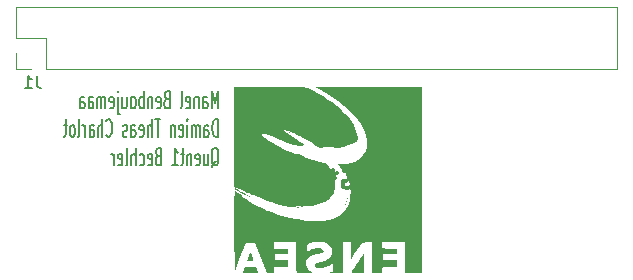
<source format=gbr>
%TF.GenerationSoftware,KiCad,Pcbnew,9.0.7*%
%TF.CreationDate,2026-01-26T17:00:03+01:00*%
%TF.ProjectId,Robot,526f626f-742e-46b6-9963-61645f706362,rev?*%
%TF.SameCoordinates,Original*%
%TF.FileFunction,Legend,Bot*%
%TF.FilePolarity,Positive*%
%FSLAX46Y46*%
G04 Gerber Fmt 4.6, Leading zero omitted, Abs format (unit mm)*
G04 Created by KiCad (PCBNEW 9.0.7) date 2026-01-26 17:00:03*
%MOMM*%
%LPD*%
G01*
G04 APERTURE LIST*
%ADD10C,0.200000*%
%ADD11C,0.150000*%
%ADD12C,0.300000*%
%ADD13C,0.120000*%
%ADD14C,0.000000*%
G04 APERTURE END LIST*
D10*
X155177945Y-88726196D02*
X155177945Y-87226196D01*
X155177945Y-87226196D02*
X154911279Y-88297625D01*
X154911279Y-88297625D02*
X154644612Y-87226196D01*
X154644612Y-87226196D02*
X154644612Y-88726196D01*
X153920802Y-88726196D02*
X153920802Y-87940482D01*
X153920802Y-87940482D02*
X153958897Y-87797625D01*
X153958897Y-87797625D02*
X154035088Y-87726196D01*
X154035088Y-87726196D02*
X154187469Y-87726196D01*
X154187469Y-87726196D02*
X154263659Y-87797625D01*
X153920802Y-88654768D02*
X153996993Y-88726196D01*
X153996993Y-88726196D02*
X154187469Y-88726196D01*
X154187469Y-88726196D02*
X154263659Y-88654768D01*
X154263659Y-88654768D02*
X154301755Y-88511910D01*
X154301755Y-88511910D02*
X154301755Y-88369053D01*
X154301755Y-88369053D02*
X154263659Y-88226196D01*
X154263659Y-88226196D02*
X154187469Y-88154768D01*
X154187469Y-88154768D02*
X153996993Y-88154768D01*
X153996993Y-88154768D02*
X153920802Y-88083339D01*
X153539849Y-87726196D02*
X153539849Y-88726196D01*
X153539849Y-87869053D02*
X153501754Y-87797625D01*
X153501754Y-87797625D02*
X153425564Y-87726196D01*
X153425564Y-87726196D02*
X153311278Y-87726196D01*
X153311278Y-87726196D02*
X153235087Y-87797625D01*
X153235087Y-87797625D02*
X153196992Y-87940482D01*
X153196992Y-87940482D02*
X153196992Y-88726196D01*
X152511277Y-88654768D02*
X152587468Y-88726196D01*
X152587468Y-88726196D02*
X152739849Y-88726196D01*
X152739849Y-88726196D02*
X152816039Y-88654768D01*
X152816039Y-88654768D02*
X152854135Y-88511910D01*
X152854135Y-88511910D02*
X152854135Y-87940482D01*
X152854135Y-87940482D02*
X152816039Y-87797625D01*
X152816039Y-87797625D02*
X152739849Y-87726196D01*
X152739849Y-87726196D02*
X152587468Y-87726196D01*
X152587468Y-87726196D02*
X152511277Y-87797625D01*
X152511277Y-87797625D02*
X152473182Y-87940482D01*
X152473182Y-87940482D02*
X152473182Y-88083339D01*
X152473182Y-88083339D02*
X152854135Y-88226196D01*
X152016040Y-88726196D02*
X152092230Y-88654768D01*
X152092230Y-88654768D02*
X152130325Y-88511910D01*
X152130325Y-88511910D02*
X152130325Y-87226196D01*
X150835087Y-87940482D02*
X150720801Y-88011910D01*
X150720801Y-88011910D02*
X150682706Y-88083339D01*
X150682706Y-88083339D02*
X150644610Y-88226196D01*
X150644610Y-88226196D02*
X150644610Y-88440482D01*
X150644610Y-88440482D02*
X150682706Y-88583339D01*
X150682706Y-88583339D02*
X150720801Y-88654768D01*
X150720801Y-88654768D02*
X150796991Y-88726196D01*
X150796991Y-88726196D02*
X151101753Y-88726196D01*
X151101753Y-88726196D02*
X151101753Y-87226196D01*
X151101753Y-87226196D02*
X150835087Y-87226196D01*
X150835087Y-87226196D02*
X150758896Y-87297625D01*
X150758896Y-87297625D02*
X150720801Y-87369053D01*
X150720801Y-87369053D02*
X150682706Y-87511910D01*
X150682706Y-87511910D02*
X150682706Y-87654768D01*
X150682706Y-87654768D02*
X150720801Y-87797625D01*
X150720801Y-87797625D02*
X150758896Y-87869053D01*
X150758896Y-87869053D02*
X150835087Y-87940482D01*
X150835087Y-87940482D02*
X151101753Y-87940482D01*
X149996991Y-88654768D02*
X150073182Y-88726196D01*
X150073182Y-88726196D02*
X150225563Y-88726196D01*
X150225563Y-88726196D02*
X150301753Y-88654768D01*
X150301753Y-88654768D02*
X150339849Y-88511910D01*
X150339849Y-88511910D02*
X150339849Y-87940482D01*
X150339849Y-87940482D02*
X150301753Y-87797625D01*
X150301753Y-87797625D02*
X150225563Y-87726196D01*
X150225563Y-87726196D02*
X150073182Y-87726196D01*
X150073182Y-87726196D02*
X149996991Y-87797625D01*
X149996991Y-87797625D02*
X149958896Y-87940482D01*
X149958896Y-87940482D02*
X149958896Y-88083339D01*
X149958896Y-88083339D02*
X150339849Y-88226196D01*
X149616039Y-87726196D02*
X149616039Y-88726196D01*
X149616039Y-87869053D02*
X149577944Y-87797625D01*
X149577944Y-87797625D02*
X149501754Y-87726196D01*
X149501754Y-87726196D02*
X149387468Y-87726196D01*
X149387468Y-87726196D02*
X149311277Y-87797625D01*
X149311277Y-87797625D02*
X149273182Y-87940482D01*
X149273182Y-87940482D02*
X149273182Y-88726196D01*
X148892229Y-88726196D02*
X148892229Y-87226196D01*
X148892229Y-87797625D02*
X148816039Y-87726196D01*
X148816039Y-87726196D02*
X148663658Y-87726196D01*
X148663658Y-87726196D02*
X148587467Y-87797625D01*
X148587467Y-87797625D02*
X148549372Y-87869053D01*
X148549372Y-87869053D02*
X148511277Y-88011910D01*
X148511277Y-88011910D02*
X148511277Y-88440482D01*
X148511277Y-88440482D02*
X148549372Y-88583339D01*
X148549372Y-88583339D02*
X148587467Y-88654768D01*
X148587467Y-88654768D02*
X148663658Y-88726196D01*
X148663658Y-88726196D02*
X148816039Y-88726196D01*
X148816039Y-88726196D02*
X148892229Y-88654768D01*
X148054134Y-88726196D02*
X148130324Y-88654768D01*
X148130324Y-88654768D02*
X148168419Y-88583339D01*
X148168419Y-88583339D02*
X148206515Y-88440482D01*
X148206515Y-88440482D02*
X148206515Y-88011910D01*
X148206515Y-88011910D02*
X148168419Y-87869053D01*
X148168419Y-87869053D02*
X148130324Y-87797625D01*
X148130324Y-87797625D02*
X148054134Y-87726196D01*
X148054134Y-87726196D02*
X147939848Y-87726196D01*
X147939848Y-87726196D02*
X147863657Y-87797625D01*
X147863657Y-87797625D02*
X147825562Y-87869053D01*
X147825562Y-87869053D02*
X147787467Y-88011910D01*
X147787467Y-88011910D02*
X147787467Y-88440482D01*
X147787467Y-88440482D02*
X147825562Y-88583339D01*
X147825562Y-88583339D02*
X147863657Y-88654768D01*
X147863657Y-88654768D02*
X147939848Y-88726196D01*
X147939848Y-88726196D02*
X148054134Y-88726196D01*
X147101752Y-87726196D02*
X147101752Y-88726196D01*
X147444609Y-87726196D02*
X147444609Y-88511910D01*
X147444609Y-88511910D02*
X147406514Y-88654768D01*
X147406514Y-88654768D02*
X147330324Y-88726196D01*
X147330324Y-88726196D02*
X147216038Y-88726196D01*
X147216038Y-88726196D02*
X147139847Y-88654768D01*
X147139847Y-88654768D02*
X147101752Y-88583339D01*
X146720799Y-87726196D02*
X146720799Y-89011910D01*
X146720799Y-89011910D02*
X146758895Y-89154768D01*
X146758895Y-89154768D02*
X146835085Y-89226196D01*
X146835085Y-89226196D02*
X146873180Y-89226196D01*
X146720799Y-87226196D02*
X146758895Y-87297625D01*
X146758895Y-87297625D02*
X146720799Y-87369053D01*
X146720799Y-87369053D02*
X146682704Y-87297625D01*
X146682704Y-87297625D02*
X146720799Y-87226196D01*
X146720799Y-87226196D02*
X146720799Y-87369053D01*
X146035085Y-88654768D02*
X146111276Y-88726196D01*
X146111276Y-88726196D02*
X146263657Y-88726196D01*
X146263657Y-88726196D02*
X146339847Y-88654768D01*
X146339847Y-88654768D02*
X146377943Y-88511910D01*
X146377943Y-88511910D02*
X146377943Y-87940482D01*
X146377943Y-87940482D02*
X146339847Y-87797625D01*
X146339847Y-87797625D02*
X146263657Y-87726196D01*
X146263657Y-87726196D02*
X146111276Y-87726196D01*
X146111276Y-87726196D02*
X146035085Y-87797625D01*
X146035085Y-87797625D02*
X145996990Y-87940482D01*
X145996990Y-87940482D02*
X145996990Y-88083339D01*
X145996990Y-88083339D02*
X146377943Y-88226196D01*
X145654133Y-88726196D02*
X145654133Y-87726196D01*
X145654133Y-87869053D02*
X145616038Y-87797625D01*
X145616038Y-87797625D02*
X145539848Y-87726196D01*
X145539848Y-87726196D02*
X145425562Y-87726196D01*
X145425562Y-87726196D02*
X145349371Y-87797625D01*
X145349371Y-87797625D02*
X145311276Y-87940482D01*
X145311276Y-87940482D02*
X145311276Y-88726196D01*
X145311276Y-87940482D02*
X145273181Y-87797625D01*
X145273181Y-87797625D02*
X145196990Y-87726196D01*
X145196990Y-87726196D02*
X145082705Y-87726196D01*
X145082705Y-87726196D02*
X145006514Y-87797625D01*
X145006514Y-87797625D02*
X144968419Y-87940482D01*
X144968419Y-87940482D02*
X144968419Y-88726196D01*
X144244609Y-88726196D02*
X144244609Y-87940482D01*
X144244609Y-87940482D02*
X144282704Y-87797625D01*
X144282704Y-87797625D02*
X144358895Y-87726196D01*
X144358895Y-87726196D02*
X144511276Y-87726196D01*
X144511276Y-87726196D02*
X144587466Y-87797625D01*
X144244609Y-88654768D02*
X144320800Y-88726196D01*
X144320800Y-88726196D02*
X144511276Y-88726196D01*
X144511276Y-88726196D02*
X144587466Y-88654768D01*
X144587466Y-88654768D02*
X144625562Y-88511910D01*
X144625562Y-88511910D02*
X144625562Y-88369053D01*
X144625562Y-88369053D02*
X144587466Y-88226196D01*
X144587466Y-88226196D02*
X144511276Y-88154768D01*
X144511276Y-88154768D02*
X144320800Y-88154768D01*
X144320800Y-88154768D02*
X144244609Y-88083339D01*
X143520799Y-88726196D02*
X143520799Y-87940482D01*
X143520799Y-87940482D02*
X143558894Y-87797625D01*
X143558894Y-87797625D02*
X143635085Y-87726196D01*
X143635085Y-87726196D02*
X143787466Y-87726196D01*
X143787466Y-87726196D02*
X143863656Y-87797625D01*
X143520799Y-88654768D02*
X143596990Y-88726196D01*
X143596990Y-88726196D02*
X143787466Y-88726196D01*
X143787466Y-88726196D02*
X143863656Y-88654768D01*
X143863656Y-88654768D02*
X143901752Y-88511910D01*
X143901752Y-88511910D02*
X143901752Y-88369053D01*
X143901752Y-88369053D02*
X143863656Y-88226196D01*
X143863656Y-88226196D02*
X143787466Y-88154768D01*
X143787466Y-88154768D02*
X143596990Y-88154768D01*
X143596990Y-88154768D02*
X143520799Y-88083339D01*
X155177945Y-91141112D02*
X155177945Y-89641112D01*
X155177945Y-89641112D02*
X154987469Y-89641112D01*
X154987469Y-89641112D02*
X154873183Y-89712541D01*
X154873183Y-89712541D02*
X154796993Y-89855398D01*
X154796993Y-89855398D02*
X154758898Y-89998255D01*
X154758898Y-89998255D02*
X154720802Y-90283969D01*
X154720802Y-90283969D02*
X154720802Y-90498255D01*
X154720802Y-90498255D02*
X154758898Y-90783969D01*
X154758898Y-90783969D02*
X154796993Y-90926826D01*
X154796993Y-90926826D02*
X154873183Y-91069684D01*
X154873183Y-91069684D02*
X154987469Y-91141112D01*
X154987469Y-91141112D02*
X155177945Y-91141112D01*
X154035088Y-91141112D02*
X154035088Y-90355398D01*
X154035088Y-90355398D02*
X154073183Y-90212541D01*
X154073183Y-90212541D02*
X154149374Y-90141112D01*
X154149374Y-90141112D02*
X154301755Y-90141112D01*
X154301755Y-90141112D02*
X154377945Y-90212541D01*
X154035088Y-91069684D02*
X154111279Y-91141112D01*
X154111279Y-91141112D02*
X154301755Y-91141112D01*
X154301755Y-91141112D02*
X154377945Y-91069684D01*
X154377945Y-91069684D02*
X154416041Y-90926826D01*
X154416041Y-90926826D02*
X154416041Y-90783969D01*
X154416041Y-90783969D02*
X154377945Y-90641112D01*
X154377945Y-90641112D02*
X154301755Y-90569684D01*
X154301755Y-90569684D02*
X154111279Y-90569684D01*
X154111279Y-90569684D02*
X154035088Y-90498255D01*
X153654135Y-91141112D02*
X153654135Y-90141112D01*
X153654135Y-90283969D02*
X153616040Y-90212541D01*
X153616040Y-90212541D02*
X153539850Y-90141112D01*
X153539850Y-90141112D02*
X153425564Y-90141112D01*
X153425564Y-90141112D02*
X153349373Y-90212541D01*
X153349373Y-90212541D02*
X153311278Y-90355398D01*
X153311278Y-90355398D02*
X153311278Y-91141112D01*
X153311278Y-90355398D02*
X153273183Y-90212541D01*
X153273183Y-90212541D02*
X153196992Y-90141112D01*
X153196992Y-90141112D02*
X153082707Y-90141112D01*
X153082707Y-90141112D02*
X153006516Y-90212541D01*
X153006516Y-90212541D02*
X152968421Y-90355398D01*
X152968421Y-90355398D02*
X152968421Y-91141112D01*
X152587468Y-91141112D02*
X152587468Y-90141112D01*
X152587468Y-89641112D02*
X152625564Y-89712541D01*
X152625564Y-89712541D02*
X152587468Y-89783969D01*
X152587468Y-89783969D02*
X152549373Y-89712541D01*
X152549373Y-89712541D02*
X152587468Y-89641112D01*
X152587468Y-89641112D02*
X152587468Y-89783969D01*
X151901754Y-91069684D02*
X151977945Y-91141112D01*
X151977945Y-91141112D02*
X152130326Y-91141112D01*
X152130326Y-91141112D02*
X152206516Y-91069684D01*
X152206516Y-91069684D02*
X152244612Y-90926826D01*
X152244612Y-90926826D02*
X152244612Y-90355398D01*
X152244612Y-90355398D02*
X152206516Y-90212541D01*
X152206516Y-90212541D02*
X152130326Y-90141112D01*
X152130326Y-90141112D02*
X151977945Y-90141112D01*
X151977945Y-90141112D02*
X151901754Y-90212541D01*
X151901754Y-90212541D02*
X151863659Y-90355398D01*
X151863659Y-90355398D02*
X151863659Y-90498255D01*
X151863659Y-90498255D02*
X152244612Y-90641112D01*
X151520802Y-90141112D02*
X151520802Y-91141112D01*
X151520802Y-90283969D02*
X151482707Y-90212541D01*
X151482707Y-90212541D02*
X151406517Y-90141112D01*
X151406517Y-90141112D02*
X151292231Y-90141112D01*
X151292231Y-90141112D02*
X151216040Y-90212541D01*
X151216040Y-90212541D02*
X151177945Y-90355398D01*
X151177945Y-90355398D02*
X151177945Y-91141112D01*
X150301754Y-89641112D02*
X149844611Y-89641112D01*
X150073183Y-91141112D02*
X150073183Y-89641112D01*
X149577944Y-91141112D02*
X149577944Y-89641112D01*
X149235087Y-91141112D02*
X149235087Y-90355398D01*
X149235087Y-90355398D02*
X149273182Y-90212541D01*
X149273182Y-90212541D02*
X149349373Y-90141112D01*
X149349373Y-90141112D02*
X149463659Y-90141112D01*
X149463659Y-90141112D02*
X149539849Y-90212541D01*
X149539849Y-90212541D02*
X149577944Y-90283969D01*
X148549372Y-91069684D02*
X148625563Y-91141112D01*
X148625563Y-91141112D02*
X148777944Y-91141112D01*
X148777944Y-91141112D02*
X148854134Y-91069684D01*
X148854134Y-91069684D02*
X148892230Y-90926826D01*
X148892230Y-90926826D02*
X148892230Y-90355398D01*
X148892230Y-90355398D02*
X148854134Y-90212541D01*
X148854134Y-90212541D02*
X148777944Y-90141112D01*
X148777944Y-90141112D02*
X148625563Y-90141112D01*
X148625563Y-90141112D02*
X148549372Y-90212541D01*
X148549372Y-90212541D02*
X148511277Y-90355398D01*
X148511277Y-90355398D02*
X148511277Y-90498255D01*
X148511277Y-90498255D02*
X148892230Y-90641112D01*
X147825563Y-91141112D02*
X147825563Y-90355398D01*
X147825563Y-90355398D02*
X147863658Y-90212541D01*
X147863658Y-90212541D02*
X147939849Y-90141112D01*
X147939849Y-90141112D02*
X148092230Y-90141112D01*
X148092230Y-90141112D02*
X148168420Y-90212541D01*
X147825563Y-91069684D02*
X147901754Y-91141112D01*
X147901754Y-91141112D02*
X148092230Y-91141112D01*
X148092230Y-91141112D02*
X148168420Y-91069684D01*
X148168420Y-91069684D02*
X148206516Y-90926826D01*
X148206516Y-90926826D02*
X148206516Y-90783969D01*
X148206516Y-90783969D02*
X148168420Y-90641112D01*
X148168420Y-90641112D02*
X148092230Y-90569684D01*
X148092230Y-90569684D02*
X147901754Y-90569684D01*
X147901754Y-90569684D02*
X147825563Y-90498255D01*
X147482706Y-91069684D02*
X147406515Y-91141112D01*
X147406515Y-91141112D02*
X147254134Y-91141112D01*
X147254134Y-91141112D02*
X147177944Y-91069684D01*
X147177944Y-91069684D02*
X147139848Y-90926826D01*
X147139848Y-90926826D02*
X147139848Y-90855398D01*
X147139848Y-90855398D02*
X147177944Y-90712541D01*
X147177944Y-90712541D02*
X147254134Y-90641112D01*
X147254134Y-90641112D02*
X147368420Y-90641112D01*
X147368420Y-90641112D02*
X147444610Y-90569684D01*
X147444610Y-90569684D02*
X147482706Y-90426826D01*
X147482706Y-90426826D02*
X147482706Y-90355398D01*
X147482706Y-90355398D02*
X147444610Y-90212541D01*
X147444610Y-90212541D02*
X147368420Y-90141112D01*
X147368420Y-90141112D02*
X147254134Y-90141112D01*
X147254134Y-90141112D02*
X147177944Y-90212541D01*
X145730324Y-90998255D02*
X145768420Y-91069684D01*
X145768420Y-91069684D02*
X145882705Y-91141112D01*
X145882705Y-91141112D02*
X145958896Y-91141112D01*
X145958896Y-91141112D02*
X146073182Y-91069684D01*
X146073182Y-91069684D02*
X146149372Y-90926826D01*
X146149372Y-90926826D02*
X146187467Y-90783969D01*
X146187467Y-90783969D02*
X146225563Y-90498255D01*
X146225563Y-90498255D02*
X146225563Y-90283969D01*
X146225563Y-90283969D02*
X146187467Y-89998255D01*
X146187467Y-89998255D02*
X146149372Y-89855398D01*
X146149372Y-89855398D02*
X146073182Y-89712541D01*
X146073182Y-89712541D02*
X145958896Y-89641112D01*
X145958896Y-89641112D02*
X145882705Y-89641112D01*
X145882705Y-89641112D02*
X145768420Y-89712541D01*
X145768420Y-89712541D02*
X145730324Y-89783969D01*
X145387467Y-91141112D02*
X145387467Y-89641112D01*
X145044610Y-91141112D02*
X145044610Y-90355398D01*
X145044610Y-90355398D02*
X145082705Y-90212541D01*
X145082705Y-90212541D02*
X145158896Y-90141112D01*
X145158896Y-90141112D02*
X145273182Y-90141112D01*
X145273182Y-90141112D02*
X145349372Y-90212541D01*
X145349372Y-90212541D02*
X145387467Y-90283969D01*
X144320800Y-91141112D02*
X144320800Y-90355398D01*
X144320800Y-90355398D02*
X144358895Y-90212541D01*
X144358895Y-90212541D02*
X144435086Y-90141112D01*
X144435086Y-90141112D02*
X144587467Y-90141112D01*
X144587467Y-90141112D02*
X144663657Y-90212541D01*
X144320800Y-91069684D02*
X144396991Y-91141112D01*
X144396991Y-91141112D02*
X144587467Y-91141112D01*
X144587467Y-91141112D02*
X144663657Y-91069684D01*
X144663657Y-91069684D02*
X144701753Y-90926826D01*
X144701753Y-90926826D02*
X144701753Y-90783969D01*
X144701753Y-90783969D02*
X144663657Y-90641112D01*
X144663657Y-90641112D02*
X144587467Y-90569684D01*
X144587467Y-90569684D02*
X144396991Y-90569684D01*
X144396991Y-90569684D02*
X144320800Y-90498255D01*
X143939847Y-91141112D02*
X143939847Y-90141112D01*
X143939847Y-90426826D02*
X143901752Y-90283969D01*
X143901752Y-90283969D02*
X143863657Y-90212541D01*
X143863657Y-90212541D02*
X143787466Y-90141112D01*
X143787466Y-90141112D02*
X143711276Y-90141112D01*
X143330324Y-91141112D02*
X143406514Y-91069684D01*
X143406514Y-91069684D02*
X143444609Y-90926826D01*
X143444609Y-90926826D02*
X143444609Y-89641112D01*
X142911276Y-91141112D02*
X142987466Y-91069684D01*
X142987466Y-91069684D02*
X143025561Y-90998255D01*
X143025561Y-90998255D02*
X143063657Y-90855398D01*
X143063657Y-90855398D02*
X143063657Y-90426826D01*
X143063657Y-90426826D02*
X143025561Y-90283969D01*
X143025561Y-90283969D02*
X142987466Y-90212541D01*
X142987466Y-90212541D02*
X142911276Y-90141112D01*
X142911276Y-90141112D02*
X142796990Y-90141112D01*
X142796990Y-90141112D02*
X142720799Y-90212541D01*
X142720799Y-90212541D02*
X142682704Y-90283969D01*
X142682704Y-90283969D02*
X142644609Y-90426826D01*
X142644609Y-90426826D02*
X142644609Y-90855398D01*
X142644609Y-90855398D02*
X142682704Y-90998255D01*
X142682704Y-90998255D02*
X142720799Y-91069684D01*
X142720799Y-91069684D02*
X142796990Y-91141112D01*
X142796990Y-91141112D02*
X142911276Y-91141112D01*
X142416037Y-90141112D02*
X142111275Y-90141112D01*
X142301751Y-89641112D02*
X142301751Y-90926826D01*
X142301751Y-90926826D02*
X142263656Y-91069684D01*
X142263656Y-91069684D02*
X142187466Y-91141112D01*
X142187466Y-91141112D02*
X142111275Y-91141112D01*
X154644612Y-93698885D02*
X154720802Y-93627457D01*
X154720802Y-93627457D02*
X154796993Y-93484600D01*
X154796993Y-93484600D02*
X154911279Y-93270314D01*
X154911279Y-93270314D02*
X154987469Y-93198885D01*
X154987469Y-93198885D02*
X155063660Y-93198885D01*
X155025564Y-93556028D02*
X155101755Y-93484600D01*
X155101755Y-93484600D02*
X155177945Y-93341742D01*
X155177945Y-93341742D02*
X155216041Y-93056028D01*
X155216041Y-93056028D02*
X155216041Y-92556028D01*
X155216041Y-92556028D02*
X155177945Y-92270314D01*
X155177945Y-92270314D02*
X155101755Y-92127457D01*
X155101755Y-92127457D02*
X155025564Y-92056028D01*
X155025564Y-92056028D02*
X154873183Y-92056028D01*
X154873183Y-92056028D02*
X154796993Y-92127457D01*
X154796993Y-92127457D02*
X154720802Y-92270314D01*
X154720802Y-92270314D02*
X154682707Y-92556028D01*
X154682707Y-92556028D02*
X154682707Y-93056028D01*
X154682707Y-93056028D02*
X154720802Y-93341742D01*
X154720802Y-93341742D02*
X154796993Y-93484600D01*
X154796993Y-93484600D02*
X154873183Y-93556028D01*
X154873183Y-93556028D02*
X155025564Y-93556028D01*
X153996993Y-92556028D02*
X153996993Y-93556028D01*
X154339850Y-92556028D02*
X154339850Y-93341742D01*
X154339850Y-93341742D02*
X154301755Y-93484600D01*
X154301755Y-93484600D02*
X154225565Y-93556028D01*
X154225565Y-93556028D02*
X154111279Y-93556028D01*
X154111279Y-93556028D02*
X154035088Y-93484600D01*
X154035088Y-93484600D02*
X153996993Y-93413171D01*
X153311278Y-93484600D02*
X153387469Y-93556028D01*
X153387469Y-93556028D02*
X153539850Y-93556028D01*
X153539850Y-93556028D02*
X153616040Y-93484600D01*
X153616040Y-93484600D02*
X153654136Y-93341742D01*
X153654136Y-93341742D02*
X153654136Y-92770314D01*
X153654136Y-92770314D02*
X153616040Y-92627457D01*
X153616040Y-92627457D02*
X153539850Y-92556028D01*
X153539850Y-92556028D02*
X153387469Y-92556028D01*
X153387469Y-92556028D02*
X153311278Y-92627457D01*
X153311278Y-92627457D02*
X153273183Y-92770314D01*
X153273183Y-92770314D02*
X153273183Y-92913171D01*
X153273183Y-92913171D02*
X153654136Y-93056028D01*
X152930326Y-92556028D02*
X152930326Y-93556028D01*
X152930326Y-92698885D02*
X152892231Y-92627457D01*
X152892231Y-92627457D02*
X152816041Y-92556028D01*
X152816041Y-92556028D02*
X152701755Y-92556028D01*
X152701755Y-92556028D02*
X152625564Y-92627457D01*
X152625564Y-92627457D02*
X152587469Y-92770314D01*
X152587469Y-92770314D02*
X152587469Y-93556028D01*
X152320802Y-92556028D02*
X152016040Y-92556028D01*
X152206516Y-92056028D02*
X152206516Y-93341742D01*
X152206516Y-93341742D02*
X152168421Y-93484600D01*
X152168421Y-93484600D02*
X152092231Y-93556028D01*
X152092231Y-93556028D02*
X152016040Y-93556028D01*
X151330326Y-93556028D02*
X151787469Y-93556028D01*
X151558897Y-93556028D02*
X151558897Y-92056028D01*
X151558897Y-92056028D02*
X151635088Y-92270314D01*
X151635088Y-92270314D02*
X151711278Y-92413171D01*
X151711278Y-92413171D02*
X151787469Y-92484600D01*
X150111278Y-92770314D02*
X149996992Y-92841742D01*
X149996992Y-92841742D02*
X149958897Y-92913171D01*
X149958897Y-92913171D02*
X149920801Y-93056028D01*
X149920801Y-93056028D02*
X149920801Y-93270314D01*
X149920801Y-93270314D02*
X149958897Y-93413171D01*
X149958897Y-93413171D02*
X149996992Y-93484600D01*
X149996992Y-93484600D02*
X150073182Y-93556028D01*
X150073182Y-93556028D02*
X150377944Y-93556028D01*
X150377944Y-93556028D02*
X150377944Y-92056028D01*
X150377944Y-92056028D02*
X150111278Y-92056028D01*
X150111278Y-92056028D02*
X150035087Y-92127457D01*
X150035087Y-92127457D02*
X149996992Y-92198885D01*
X149996992Y-92198885D02*
X149958897Y-92341742D01*
X149958897Y-92341742D02*
X149958897Y-92484600D01*
X149958897Y-92484600D02*
X149996992Y-92627457D01*
X149996992Y-92627457D02*
X150035087Y-92698885D01*
X150035087Y-92698885D02*
X150111278Y-92770314D01*
X150111278Y-92770314D02*
X150377944Y-92770314D01*
X149273182Y-93484600D02*
X149349373Y-93556028D01*
X149349373Y-93556028D02*
X149501754Y-93556028D01*
X149501754Y-93556028D02*
X149577944Y-93484600D01*
X149577944Y-93484600D02*
X149616040Y-93341742D01*
X149616040Y-93341742D02*
X149616040Y-92770314D01*
X149616040Y-92770314D02*
X149577944Y-92627457D01*
X149577944Y-92627457D02*
X149501754Y-92556028D01*
X149501754Y-92556028D02*
X149349373Y-92556028D01*
X149349373Y-92556028D02*
X149273182Y-92627457D01*
X149273182Y-92627457D02*
X149235087Y-92770314D01*
X149235087Y-92770314D02*
X149235087Y-92913171D01*
X149235087Y-92913171D02*
X149616040Y-93056028D01*
X148549373Y-93484600D02*
X148625564Y-93556028D01*
X148625564Y-93556028D02*
X148777945Y-93556028D01*
X148777945Y-93556028D02*
X148854135Y-93484600D01*
X148854135Y-93484600D02*
X148892230Y-93413171D01*
X148892230Y-93413171D02*
X148930326Y-93270314D01*
X148930326Y-93270314D02*
X148930326Y-92841742D01*
X148930326Y-92841742D02*
X148892230Y-92698885D01*
X148892230Y-92698885D02*
X148854135Y-92627457D01*
X148854135Y-92627457D02*
X148777945Y-92556028D01*
X148777945Y-92556028D02*
X148625564Y-92556028D01*
X148625564Y-92556028D02*
X148549373Y-92627457D01*
X148206516Y-93556028D02*
X148206516Y-92056028D01*
X147863659Y-93556028D02*
X147863659Y-92770314D01*
X147863659Y-92770314D02*
X147901754Y-92627457D01*
X147901754Y-92627457D02*
X147977945Y-92556028D01*
X147977945Y-92556028D02*
X148092231Y-92556028D01*
X148092231Y-92556028D02*
X148168421Y-92627457D01*
X148168421Y-92627457D02*
X148206516Y-92698885D01*
X147368421Y-93556028D02*
X147444611Y-93484600D01*
X147444611Y-93484600D02*
X147482706Y-93341742D01*
X147482706Y-93341742D02*
X147482706Y-92056028D01*
X146758896Y-93484600D02*
X146835087Y-93556028D01*
X146835087Y-93556028D02*
X146987468Y-93556028D01*
X146987468Y-93556028D02*
X147063658Y-93484600D01*
X147063658Y-93484600D02*
X147101754Y-93341742D01*
X147101754Y-93341742D02*
X147101754Y-92770314D01*
X147101754Y-92770314D02*
X147063658Y-92627457D01*
X147063658Y-92627457D02*
X146987468Y-92556028D01*
X146987468Y-92556028D02*
X146835087Y-92556028D01*
X146835087Y-92556028D02*
X146758896Y-92627457D01*
X146758896Y-92627457D02*
X146720801Y-92770314D01*
X146720801Y-92770314D02*
X146720801Y-92913171D01*
X146720801Y-92913171D02*
X147101754Y-93056028D01*
X146377944Y-93556028D02*
X146377944Y-92556028D01*
X146377944Y-92841742D02*
X146339849Y-92698885D01*
X146339849Y-92698885D02*
X146301754Y-92627457D01*
X146301754Y-92627457D02*
X146225563Y-92556028D01*
X146225563Y-92556028D02*
X146149373Y-92556028D01*
D11*
X139833333Y-85954819D02*
X139833333Y-86669104D01*
X139833333Y-86669104D02*
X139880952Y-86811961D01*
X139880952Y-86811961D02*
X139976190Y-86907200D01*
X139976190Y-86907200D02*
X140119047Y-86954819D01*
X140119047Y-86954819D02*
X140214285Y-86954819D01*
X138833333Y-86954819D02*
X139404761Y-86954819D01*
X139119047Y-86954819D02*
X139119047Y-85954819D01*
X139119047Y-85954819D02*
X139214285Y-86097676D01*
X139214285Y-86097676D02*
X139309523Y-86192914D01*
X139309523Y-86192914D02*
X139404761Y-86240533D01*
D12*
X165821427Y-94049757D02*
X165964285Y-93978328D01*
X165964285Y-93978328D02*
X166178570Y-93978328D01*
X166178570Y-93978328D02*
X166392856Y-94049757D01*
X166392856Y-94049757D02*
X166535713Y-94192614D01*
X166535713Y-94192614D02*
X166607142Y-94335471D01*
X166607142Y-94335471D02*
X166678570Y-94621185D01*
X166678570Y-94621185D02*
X166678570Y-94835471D01*
X166678570Y-94835471D02*
X166607142Y-95121185D01*
X166607142Y-95121185D02*
X166535713Y-95264042D01*
X166535713Y-95264042D02*
X166392856Y-95406900D01*
X166392856Y-95406900D02*
X166178570Y-95478328D01*
X166178570Y-95478328D02*
X166035713Y-95478328D01*
X166035713Y-95478328D02*
X165821427Y-95406900D01*
X165821427Y-95406900D02*
X165749999Y-95335471D01*
X165749999Y-95335471D02*
X165749999Y-94835471D01*
X165749999Y-94835471D02*
X166035713Y-94835471D01*
X164892856Y-93978328D02*
X164892856Y-94335471D01*
X165249999Y-94192614D02*
X164892856Y-94335471D01*
X164892856Y-94335471D02*
X164535713Y-94192614D01*
X165107142Y-94621185D02*
X164892856Y-94335471D01*
X164892856Y-94335471D02*
X164678570Y-94621185D01*
X163749999Y-93978328D02*
X163749999Y-94335471D01*
X164107142Y-94192614D02*
X163749999Y-94335471D01*
X163749999Y-94335471D02*
X163392856Y-94192614D01*
X163964285Y-94621185D02*
X163749999Y-94335471D01*
X163749999Y-94335471D02*
X163535713Y-94621185D01*
X162607142Y-93978328D02*
X162607142Y-94335471D01*
X162964285Y-94192614D02*
X162607142Y-94335471D01*
X162607142Y-94335471D02*
X162249999Y-94192614D01*
X162821428Y-94621185D02*
X162607142Y-94335471D01*
X162607142Y-94335471D02*
X162392856Y-94621185D01*
D13*
%TO.C,J1*%
X138070000Y-80170000D02*
X138070000Y-82770000D01*
X138070000Y-80170000D02*
X188990000Y-80170000D01*
X138070000Y-82770000D02*
X140670000Y-82770000D01*
X138070000Y-84040000D02*
X138070000Y-85370000D01*
X138070000Y-85370000D02*
X139400000Y-85370000D01*
X140670000Y-82770000D02*
X140670000Y-85370000D01*
X140670000Y-85370000D02*
X188990000Y-85370000D01*
X188990000Y-80170000D02*
X188990000Y-85370000D01*
D14*
%TO.C,G\u002A\u002A\u002A*%
G36*
X158472540Y-96453016D02*
G01*
X158452382Y-96473175D01*
X158432223Y-96453016D01*
X158452382Y-96432857D01*
X158472540Y-96453016D01*
G37*
G36*
X158553175Y-96493333D02*
G01*
X158533016Y-96513492D01*
X158512858Y-96493333D01*
X158533016Y-96473175D01*
X158553175Y-96493333D01*
G37*
G36*
X158633810Y-96533651D02*
G01*
X158613651Y-96553810D01*
X158593493Y-96533651D01*
X158613651Y-96513492D01*
X158633810Y-96533651D01*
G37*
G36*
X163176244Y-98220265D02*
G01*
X163182552Y-98232391D01*
X163149366Y-98247143D01*
X163128022Y-98244233D01*
X163122487Y-98220265D01*
X163128397Y-98215439D01*
X163176244Y-98220265D01*
G37*
G36*
X165712061Y-97390397D02*
G01*
X165679016Y-97426423D01*
X165613069Y-97494437D01*
X165581029Y-97521429D01*
X165580579Y-97521426D01*
X165570862Y-97508451D01*
X165607846Y-97463770D01*
X165699445Y-97377781D01*
X165830477Y-97259365D01*
X165712061Y-97390397D01*
G37*
G36*
X162714601Y-97128801D02*
G01*
X162763878Y-97134100D01*
X162749588Y-97139101D01*
X162667505Y-97142529D01*
X162524445Y-97143846D01*
X162395603Y-97142960D01*
X162299855Y-97139846D01*
X162269207Y-97135009D01*
X162311427Y-97128992D01*
X162369201Y-97125549D01*
X162544730Y-97122882D01*
X162714601Y-97128801D01*
G37*
G36*
X166158321Y-96315330D02*
G01*
X166153008Y-96382314D01*
X166145444Y-96428389D01*
X166103220Y-96584874D01*
X166044166Y-96734208D01*
X166011625Y-96798660D01*
X165966909Y-96877222D01*
X165944211Y-96902729D01*
X165944445Y-96892065D01*
X165962735Y-96822096D01*
X166000766Y-96702443D01*
X166053054Y-96550836D01*
X166073390Y-96494132D01*
X166121515Y-96366175D01*
X166148824Y-96308263D01*
X166158321Y-96315330D01*
G37*
G36*
X158455875Y-102301191D02*
G01*
X158459605Y-102310233D01*
X158506826Y-102442611D01*
X158539493Y-102563254D01*
X158563255Y-102682063D01*
X157933294Y-102682063D01*
X157846676Y-102681777D01*
X157623230Y-102677830D01*
X157451850Y-102669704D01*
X157342048Y-102657985D01*
X157303334Y-102643258D01*
X157311522Y-102604666D01*
X157341849Y-102507671D01*
X157386866Y-102381195D01*
X157470397Y-102157937D01*
X157933209Y-102157937D01*
X158396020Y-102157937D01*
X158455875Y-102301191D01*
G37*
G36*
X167528475Y-100992908D02*
G01*
X167533415Y-101054897D01*
X167537673Y-101181919D01*
X167541011Y-101362195D01*
X167543190Y-101583947D01*
X167543969Y-101835397D01*
X167543969Y-102682063D01*
X166995046Y-102682063D01*
X166446124Y-102682063D01*
X166505104Y-102591349D01*
X166515316Y-102575443D01*
X166568263Y-102491791D01*
X166654019Y-102355534D01*
X166765452Y-102178025D01*
X166895431Y-101970623D01*
X167036824Y-101744683D01*
X167101307Y-101641823D01*
X167233434Y-101432750D01*
X167348373Y-101253139D01*
X167439794Y-101112755D01*
X167501367Y-101021364D01*
X167526766Y-100988730D01*
X167528475Y-100992908D01*
G37*
G36*
X157969473Y-100881629D02*
G01*
X157998827Y-100964084D01*
X158041926Y-101089236D01*
X158092113Y-101237260D01*
X158142733Y-101388329D01*
X158187131Y-101522615D01*
X158218650Y-101620291D01*
X158230636Y-101661531D01*
X158230415Y-101662030D01*
X158188333Y-101668144D01*
X158087532Y-101672479D01*
X157948413Y-101674127D01*
X157811443Y-101672070D01*
X157719988Y-101662409D01*
X157677800Y-101640963D01*
X157668367Y-101603571D01*
X157673207Y-101566650D01*
X157699671Y-101465352D01*
X157742923Y-101335308D01*
X157795909Y-101194058D01*
X157851579Y-101059141D01*
X157902882Y-100948096D01*
X157942767Y-100878462D01*
X157964181Y-100867778D01*
X157969473Y-100881629D01*
G37*
G36*
X156661686Y-95502909D02*
G01*
X156794216Y-95563172D01*
X156989485Y-95670639D01*
X157000067Y-95676735D01*
X157187071Y-95781999D01*
X157416060Y-95907475D01*
X157659020Y-96037961D01*
X157887937Y-96158251D01*
X157977313Y-96204856D01*
X158144030Y-96293641D01*
X158272894Y-96364835D01*
X158352576Y-96412098D01*
X158371747Y-96429086D01*
X158355248Y-96425769D01*
X158271213Y-96394870D01*
X158134220Y-96336479D01*
X157956909Y-96256680D01*
X157751916Y-96161557D01*
X157531877Y-96057194D01*
X157309431Y-95949677D01*
X157097214Y-95845088D01*
X156907864Y-95749512D01*
X156754018Y-95669034D01*
X156648312Y-95609736D01*
X156603384Y-95577705D01*
X156575875Y-95521836D01*
X156589653Y-95489310D01*
X156661686Y-95502909D01*
G37*
G36*
X159510715Y-86918922D02*
G01*
X159550166Y-86918938D01*
X160117648Y-86919761D01*
X160638312Y-86921644D01*
X161107931Y-86924533D01*
X161522278Y-86928371D01*
X161877126Y-86933103D01*
X162168249Y-86938673D01*
X162391419Y-86945026D01*
X162542410Y-86952105D01*
X162616996Y-86959855D01*
X162778805Y-87009874D01*
X163012412Y-87106584D01*
X163286727Y-87238799D01*
X163589297Y-87399381D01*
X163907672Y-87581189D01*
X164229397Y-87777084D01*
X164542023Y-87979926D01*
X164833096Y-88182575D01*
X165090165Y-88377893D01*
X165254293Y-88515074D01*
X165485886Y-88721973D01*
X165727201Y-88949593D01*
X165960014Y-89180228D01*
X166166099Y-89396170D01*
X166327231Y-89579715D01*
X166353247Y-89611970D01*
X166521159Y-89848968D01*
X166671501Y-90109194D01*
X166799981Y-90380031D01*
X166902307Y-90648865D01*
X166974187Y-90903082D01*
X167011329Y-91130067D01*
X167009442Y-91317205D01*
X166964232Y-91451883D01*
X166955624Y-91463894D01*
X166860674Y-91550921D01*
X166718031Y-91641275D01*
X166554008Y-91720129D01*
X166394921Y-91772657D01*
X166308441Y-91793140D01*
X166142856Y-91836246D01*
X166039613Y-91871632D01*
X165986570Y-91904050D01*
X165971588Y-91938246D01*
X165965763Y-91966328D01*
X165939573Y-91991873D01*
X165884318Y-92010755D01*
X165791408Y-92023692D01*
X165652254Y-92031404D01*
X165458266Y-92034610D01*
X165200856Y-92034030D01*
X164871434Y-92030383D01*
X164727584Y-92028714D01*
X164414347Y-92027582D01*
X164181301Y-92030996D01*
X164028214Y-92038971D01*
X163954860Y-92051525D01*
X163961008Y-92068674D01*
X164046429Y-92090436D01*
X164080512Y-92098038D01*
X164085421Y-92107497D01*
X164013317Y-92113398D01*
X163968020Y-92109954D01*
X163860042Y-92074577D01*
X163710576Y-91997465D01*
X163509349Y-91873731D01*
X163393360Y-91800128D01*
X163207658Y-91686355D01*
X163037008Y-91586183D01*
X162907461Y-91515132D01*
X162879125Y-91500458D01*
X162725777Y-91417675D01*
X162544722Y-91316095D01*
X162369356Y-91214386D01*
X162317118Y-91183887D01*
X162120062Y-91073687D01*
X161889151Y-90949948D01*
X161645176Y-90823347D01*
X161408927Y-90704560D01*
X161201198Y-90604267D01*
X161042778Y-90533142D01*
X160948416Y-90498171D01*
X160898532Y-90491675D01*
X160911379Y-90517527D01*
X160983693Y-90570459D01*
X161112212Y-90645204D01*
X161214738Y-90703442D01*
X161292792Y-90754365D01*
X161316703Y-90779912D01*
X161314780Y-90780696D01*
X161266142Y-90765082D01*
X161169013Y-90718940D01*
X161041948Y-90650977D01*
X160931188Y-90589942D01*
X160816759Y-90531771D01*
X160758295Y-90512268D01*
X160748087Y-90529387D01*
X160778429Y-90581086D01*
X160803632Y-90612212D01*
X160909597Y-90713927D01*
X161069166Y-90844911D01*
X161271072Y-90996856D01*
X161504050Y-91161455D01*
X161756836Y-91330398D01*
X162018163Y-91495378D01*
X162154389Y-91579320D01*
X162325647Y-91686721D01*
X162462088Y-91774545D01*
X162552313Y-91835419D01*
X162584921Y-91861968D01*
X162582908Y-91867064D01*
X162546953Y-91858277D01*
X162516414Y-91851830D01*
X162421828Y-91853222D01*
X162294969Y-91867517D01*
X162220274Y-91876494D01*
X162064469Y-91883206D01*
X161939842Y-91874187D01*
X161784773Y-91839003D01*
X161580872Y-91783434D01*
X161349767Y-91714324D01*
X161112515Y-91638412D01*
X160890172Y-91562436D01*
X160703793Y-91493134D01*
X160574435Y-91437244D01*
X160469181Y-91386857D01*
X160318495Y-91320935D01*
X160199677Y-91275813D01*
X160176002Y-91267498D01*
X160080013Y-91219174D01*
X160029593Y-91169478D01*
X160003059Y-91136692D01*
X159926395Y-91110952D01*
X159907777Y-91109181D01*
X159813122Y-91087122D01*
X159674297Y-91045152D01*
X159514238Y-90990000D01*
X159275262Y-90911739D01*
X159099431Y-90875240D01*
X158985716Y-90880935D01*
X158931007Y-90928495D01*
X158926613Y-90946912D01*
X158953662Y-91036572D01*
X159046515Y-91146271D01*
X159197724Y-91268582D01*
X159399842Y-91396078D01*
X159482057Y-91443078D01*
X159675457Y-91555404D01*
X159887519Y-91680296D01*
X160085239Y-91798382D01*
X160279769Y-91914872D01*
X160440293Y-92007831D01*
X160581848Y-92084120D01*
X160723269Y-92152890D01*
X160883391Y-92223291D01*
X161081049Y-92304475D01*
X161335080Y-92405592D01*
X161369290Y-92419098D01*
X161591355Y-92504692D01*
X161749761Y-92560799D01*
X161853503Y-92590016D01*
X161911574Y-92594938D01*
X161932970Y-92578161D01*
X161947227Y-92550153D01*
X161990233Y-92552711D01*
X162078506Y-92601186D01*
X162101170Y-92614645D01*
X162237581Y-92683849D01*
X162380343Y-92742754D01*
X162411592Y-92754407D01*
X162550233Y-92817277D01*
X162664364Y-92884072D01*
X162668927Y-92887274D01*
X162773079Y-92942670D01*
X162864894Y-92965556D01*
X162882591Y-92966765D01*
X162983918Y-92992575D01*
X163100575Y-93041419D01*
X163189296Y-93076653D01*
X163341482Y-93124148D01*
X163530391Y-93175119D01*
X163733969Y-93223237D01*
X163927387Y-93265634D01*
X164100062Y-93303556D01*
X164231543Y-93332509D01*
X164303042Y-93348361D01*
X164317200Y-93353706D01*
X164391172Y-93414308D01*
X164489686Y-93527814D01*
X164602396Y-93679662D01*
X164718953Y-93855291D01*
X164829010Y-94040140D01*
X164922218Y-94219646D01*
X164984539Y-94362208D01*
X165073224Y-94644842D01*
X165115199Y-94941613D01*
X165115743Y-95281491D01*
X165112760Y-95335534D01*
X165091721Y-95547587D01*
X165054201Y-95717245D01*
X164993820Y-95875597D01*
X164875030Y-96094073D01*
X164702492Y-96310332D01*
X164485001Y-96492692D01*
X164215701Y-96644930D01*
X163887740Y-96770821D01*
X163494262Y-96874145D01*
X163028413Y-96958677D01*
X162754133Y-96996819D01*
X162511433Y-97021058D01*
X162307857Y-97028528D01*
X162122990Y-97020628D01*
X161993356Y-97011840D01*
X161877334Y-97011052D01*
X161836816Y-97022909D01*
X161873277Y-97046740D01*
X161988193Y-97081874D01*
X162012708Y-97088810D01*
X162044550Y-97105247D01*
X162011583Y-97112962D01*
X161925443Y-97112955D01*
X161797764Y-97106226D01*
X161640181Y-97093775D01*
X161464331Y-97076603D01*
X161281848Y-97055708D01*
X161104367Y-97032092D01*
X160943524Y-97006754D01*
X160810953Y-96980693D01*
X160740935Y-96964024D01*
X160456351Y-96885995D01*
X160122230Y-96781736D01*
X159756753Y-96657582D01*
X159378097Y-96519867D01*
X159004443Y-96374925D01*
X158653969Y-96229091D01*
X158642751Y-96224242D01*
X158445061Y-96141778D01*
X158259995Y-96069649D01*
X158107842Y-96015473D01*
X158008890Y-95986867D01*
X157949084Y-95969194D01*
X157816437Y-95918697D01*
X157638980Y-95843809D01*
X157432459Y-95751238D01*
X157212620Y-95647691D01*
X156577620Y-95341170D01*
X156577620Y-91129553D01*
X156577620Y-86917937D01*
X159510715Y-86918922D01*
G37*
G36*
X172422382Y-94800000D02*
G01*
X172422382Y-102682063D01*
X171716826Y-102682063D01*
X171011270Y-102682063D01*
X171011270Y-101371746D01*
X171011270Y-100061429D01*
X170063810Y-100061429D01*
X169116350Y-100061429D01*
X169116350Y-100322414D01*
X169116350Y-100583400D01*
X169711032Y-100594557D01*
X170305715Y-100605714D01*
X170317901Y-100817381D01*
X170330088Y-101029048D01*
X169763536Y-101029048D01*
X169196985Y-101029048D01*
X169196985Y-101291111D01*
X169196985Y-101553175D01*
X169761429Y-101553175D01*
X170325874Y-101553175D01*
X170325874Y-101855556D01*
X170325874Y-102157937D01*
X169723036Y-102157937D01*
X169120198Y-102157937D01*
X169108194Y-102409921D01*
X169096191Y-102661905D01*
X168642620Y-102673305D01*
X168189048Y-102684704D01*
X168189048Y-101371656D01*
X168189048Y-100058608D01*
X167775794Y-100070097D01*
X167362540Y-100081587D01*
X167173315Y-100363810D01*
X167086980Y-100493864D01*
X166963613Y-100681995D01*
X166828914Y-100889196D01*
X166699809Y-101089524D01*
X166415529Y-101533016D01*
X166415305Y-100797222D01*
X166415080Y-100061429D01*
X166092540Y-100061429D01*
X165770001Y-100061429D01*
X165770001Y-101371746D01*
X165770001Y-102682063D01*
X165155159Y-102679871D01*
X164540318Y-102677678D01*
X164721747Y-102608284D01*
X164903175Y-102538890D01*
X164914949Y-102203378D01*
X164916528Y-102144202D01*
X164915612Y-102005652D01*
X164907997Y-101912327D01*
X164894790Y-101881869D01*
X164885848Y-101886038D01*
X164817743Y-101919399D01*
X164702935Y-101976505D01*
X164560477Y-102047896D01*
X164501921Y-102076023D01*
X164260171Y-102166905D01*
X164022647Y-102220000D01*
X163802716Y-102235248D01*
X163613749Y-102212586D01*
X163469114Y-102151954D01*
X163382179Y-102053291D01*
X163371322Y-102025289D01*
X163371126Y-101932699D01*
X163437608Y-101855218D01*
X163575385Y-101789188D01*
X163789073Y-101730952D01*
X163912627Y-101702472D01*
X164234558Y-101610032D01*
X164484274Y-101504106D01*
X164667876Y-101379761D01*
X164791466Y-101232068D01*
X164861146Y-101056095D01*
X164883016Y-100846912D01*
X164859035Y-100659007D01*
X164765197Y-100454865D01*
X164604940Y-100286295D01*
X164383127Y-100156881D01*
X164104621Y-100070208D01*
X163774286Y-100029859D01*
X163707732Y-100027919D01*
X163486236Y-100034118D01*
X163264432Y-100056557D01*
X163062541Y-100091947D01*
X162900784Y-100137000D01*
X162799382Y-100188427D01*
X162776432Y-100240106D01*
X162757643Y-100348838D01*
X162746427Y-100486066D01*
X162744050Y-100624754D01*
X162751775Y-100737869D01*
X162770866Y-100798378D01*
X162803166Y-100797290D01*
X162888270Y-100765179D01*
X163002691Y-100707132D01*
X163090617Y-100663541D01*
X163283374Y-100593160D01*
X163487954Y-100543357D01*
X163676800Y-100520107D01*
X163822356Y-100529385D01*
X164003517Y-100590082D01*
X164118122Y-100669360D01*
X164157302Y-100763083D01*
X164146930Y-100828927D01*
X164106480Y-100900083D01*
X164049354Y-100925894D01*
X163931020Y-100965135D01*
X163768818Y-101012435D01*
X163580049Y-101062457D01*
X163542900Y-101071964D01*
X163239447Y-101162135D01*
X163008069Y-101259699D01*
X162841034Y-101371240D01*
X162730609Y-101503340D01*
X162669063Y-101662584D01*
X162648665Y-101855556D01*
X162652910Y-101960760D01*
X162706690Y-102173218D01*
X162827278Y-102353865D01*
X163021384Y-102514566D01*
X163243417Y-102661905D01*
X162583098Y-102673024D01*
X162431767Y-102675027D01*
X162222298Y-102675860D01*
X162049142Y-102674213D01*
X161927065Y-102670269D01*
X161870834Y-102664210D01*
X161864359Y-102659155D01*
X161850633Y-102623490D01*
X161839779Y-102549166D01*
X161831520Y-102429188D01*
X161825579Y-102256563D01*
X161821678Y-102024294D01*
X161819540Y-101725389D01*
X161818890Y-101352853D01*
X161818890Y-100061429D01*
X160871429Y-100061429D01*
X159923969Y-100061429D01*
X159923969Y-100323492D01*
X159923969Y-100585556D01*
X160528731Y-100585556D01*
X161133493Y-100585556D01*
X161133493Y-100807302D01*
X161133493Y-101029048D01*
X160569048Y-101029048D01*
X160004604Y-101029048D01*
X160004604Y-101291111D01*
X160004604Y-101553175D01*
X160569048Y-101553175D01*
X161133493Y-101553175D01*
X161133493Y-101855556D01*
X161133493Y-102157937D01*
X160528731Y-102157937D01*
X159923969Y-102157937D01*
X159923969Y-102421696D01*
X159923969Y-102685455D01*
X159611509Y-102673680D01*
X159299048Y-102661905D01*
X158815239Y-101371746D01*
X158331429Y-100081587D01*
X157928255Y-100081587D01*
X157525080Y-100081587D01*
X157061429Y-101318215D01*
X156597778Y-102554843D01*
X156587470Y-99144661D01*
X156586492Y-98790767D01*
X156585428Y-98288966D01*
X156584800Y-97814628D01*
X156584597Y-97373661D01*
X156584807Y-96971973D01*
X156585418Y-96615471D01*
X156586420Y-96310064D01*
X156587801Y-96061659D01*
X156589549Y-95876165D01*
X156591653Y-95759489D01*
X156594102Y-95717539D01*
X156599672Y-95716759D01*
X156657635Y-95737326D01*
X156762567Y-95787277D01*
X156896760Y-95858373D01*
X156940521Y-95882935D01*
X157059988Y-95954861D01*
X157138560Y-96009862D01*
X157161013Y-96037612D01*
X157159477Y-96039978D01*
X157181501Y-96077228D01*
X157250907Y-96132043D01*
X157345018Y-96202224D01*
X157423515Y-96275633D01*
X157432049Y-96285104D01*
X157542632Y-96381517D01*
X157714194Y-96502960D01*
X157935229Y-96642876D01*
X158194228Y-96794708D01*
X158479681Y-96951901D01*
X158780080Y-97107897D01*
X159083917Y-97256141D01*
X159379683Y-97390074D01*
X159514743Y-97447906D01*
X159897686Y-97603006D01*
X160250075Y-97729087D01*
X160594141Y-97832375D01*
X160952118Y-97919099D01*
X161346237Y-97995489D01*
X161798731Y-98067771D01*
X162016474Y-98101868D01*
X162224226Y-98138432D01*
X162391732Y-98172271D01*
X162505770Y-98200698D01*
X162553119Y-98221028D01*
X162579853Y-98234718D01*
X162672678Y-98249093D01*
X162834306Y-98259014D01*
X163068651Y-98264696D01*
X163379627Y-98266353D01*
X163447576Y-98266234D01*
X163756778Y-98262824D01*
X164009347Y-98252286D01*
X164225346Y-98231279D01*
X164424839Y-98196463D01*
X164627890Y-98144497D01*
X164854562Y-98072040D01*
X165124921Y-97975751D01*
X165252760Y-97925741D01*
X165370861Y-97866861D01*
X165480220Y-97791748D01*
X165601707Y-97685812D01*
X165756192Y-97534465D01*
X165780062Y-97510292D01*
X165998855Y-97265614D01*
X166164151Y-97025814D01*
X166282145Y-96774431D01*
X166359034Y-96495003D01*
X166401014Y-96171069D01*
X166414281Y-95786169D01*
X166396649Y-95459970D01*
X166326723Y-95118499D01*
X166196715Y-94779841D01*
X166154131Y-94678423D01*
X166110146Y-94543001D01*
X166092934Y-94444146D01*
X166088502Y-94410097D01*
X166056181Y-94333815D01*
X165986786Y-94229763D01*
X165873543Y-94088318D01*
X165709678Y-93899860D01*
X165326816Y-93469524D01*
X165780233Y-93443955D01*
X166026273Y-93423129D01*
X166431236Y-93350029D01*
X166779773Y-93229370D01*
X167079561Y-93058145D01*
X167338273Y-92833346D01*
X167503900Y-92637346D01*
X167684920Y-92330700D01*
X167791366Y-91998529D01*
X167826191Y-91633569D01*
X167804454Y-91388383D01*
X167732737Y-91074751D01*
X167617500Y-90735955D01*
X167465519Y-90389152D01*
X167283571Y-90051501D01*
X167078432Y-89740159D01*
X167030641Y-89676223D01*
X166700707Y-89284153D01*
X166305508Y-88884839D01*
X165856500Y-88487378D01*
X165365144Y-88100871D01*
X164842895Y-87734418D01*
X164301214Y-87397118D01*
X163751558Y-87098071D01*
X163719432Y-87081763D01*
X163593558Y-87015043D01*
X163505229Y-86963645D01*
X163471905Y-86937588D01*
X163474241Y-86936951D01*
X163532397Y-86934368D01*
X163664828Y-86931891D01*
X163866410Y-86929544D01*
X164132021Y-86927348D01*
X164456538Y-86925326D01*
X164834836Y-86923500D01*
X165261793Y-86921894D01*
X165732286Y-86920529D01*
X166241190Y-86919429D01*
X166783384Y-86918615D01*
X167353743Y-86918110D01*
X167947143Y-86917937D01*
X172422382Y-86917937D01*
X172422382Y-94800000D01*
G37*
%TD*%
M02*

</source>
